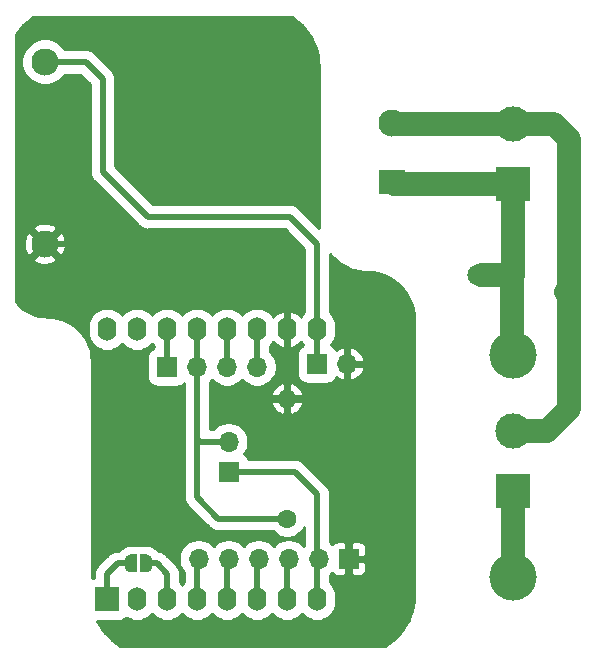
<source format=gbr>
%TF.GenerationSoftware,KiCad,Pcbnew,(5.1.9)-1*%
%TF.CreationDate,2021-08-20T11:33:55-03:00*%
%TF.ProjectId,SmartLightMk1,536d6172-744c-4696-9768-744d6b312e6b,rev?*%
%TF.SameCoordinates,Original*%
%TF.FileFunction,Copper,L2,Bot*%
%TF.FilePolarity,Positive*%
%FSLAX46Y46*%
G04 Gerber Fmt 4.6, Leading zero omitted, Abs format (unit mm)*
G04 Created by KiCad (PCBNEW (5.1.9)-1) date 2021-08-20 11:33:55*
%MOMM*%
%LPD*%
G01*
G04 APERTURE LIST*
%TA.AperFunction,ComponentPad*%
%ADD10O,1.700000X1.700000*%
%TD*%
%TA.AperFunction,ComponentPad*%
%ADD11R,1.700000X1.700000*%
%TD*%
%TA.AperFunction,ComponentPad*%
%ADD12C,3.000000*%
%TD*%
%TA.AperFunction,ComponentPad*%
%ADD13R,3.000000X3.000000*%
%TD*%
%TA.AperFunction,ComponentPad*%
%ADD14O,1.600000X2.000000*%
%TD*%
%TA.AperFunction,ComponentPad*%
%ADD15R,2.000000X2.000000*%
%TD*%
%TA.AperFunction,SMDPad,CuDef*%
%ADD16C,0.100000*%
%TD*%
%TA.AperFunction,ComponentPad*%
%ADD17C,2.300000*%
%TD*%
%TA.AperFunction,ComponentPad*%
%ADD18R,2.300000X2.000000*%
%TD*%
%TA.AperFunction,ComponentPad*%
%ADD19C,1.600000*%
%TD*%
%TA.AperFunction,ComponentPad*%
%ADD20O,1.600000X1.600000*%
%TD*%
%TA.AperFunction,ComponentPad*%
%ADD21C,4.000000*%
%TD*%
%TA.AperFunction,ComponentPad*%
%ADD22C,1.800000*%
%TD*%
%TA.AperFunction,Conductor*%
%ADD23C,2.000000*%
%TD*%
%TA.AperFunction,Conductor*%
%ADD24C,0.500000*%
%TD*%
%TA.AperFunction,Conductor*%
%ADD25C,0.254000*%
%TD*%
%TA.AperFunction,Conductor*%
%ADD26C,0.100000*%
%TD*%
G04 APERTURE END LIST*
D10*
%TO.P,J7,4*%
%TO.N,D4*%
X138811000Y-98806000D03*
%TO.P,J7,3*%
%TO.N,D3*%
X136271000Y-98806000D03*
%TO.P,J7,2*%
%TO.N,D2*%
X133731000Y-98806000D03*
D11*
%TO.P,J7,1*%
%TO.N,D1*%
X131191000Y-98806000D03*
%TD*%
D12*
%TO.P,J2,2*%
%TO.N,Net-(J1-Pad2)*%
X160475000Y-104246000D03*
D13*
%TO.P,J2,1*%
%TO.N,Net-(J2-Pad1)*%
X160475000Y-109326000D03*
%TD*%
D12*
%TO.P,J1,2*%
%TO.N,Net-(J1-Pad2)*%
X160475000Y-78246000D03*
D13*
%TO.P,J1,1*%
%TO.N,Net-(J1-Pad1)*%
X160475000Y-83326000D03*
%TD*%
D11*
%TO.P,J6,1*%
%TO.N,GND*%
X146558000Y-115062000D03*
D10*
%TO.P,J6,2*%
%TO.N,+3V3*%
X144018000Y-115062000D03*
%TO.P,J6,3*%
%TO.N,D8*%
X141478000Y-115062000D03*
%TO.P,J6,4*%
%TO.N,D7*%
X138938000Y-115062000D03*
%TO.P,J6,5*%
%TO.N,D6*%
X136398000Y-115062000D03*
%TO.P,J6,6*%
%TO.N,D5*%
X133858000Y-115062000D03*
%TD*%
D14*
%TO.P,U1,2*%
%TO.N,Net-(U1-Pad2)*%
X128651000Y-118491000D03*
D15*
%TO.P,U1,1*%
%TO.N,Net-(JP1-Pad2)*%
X126111000Y-118491000D03*
D14*
%TO.P,U1,3*%
%TO.N,D0*%
X131191000Y-118491000D03*
%TO.P,U1,4*%
%TO.N,D5*%
X133731000Y-118491000D03*
%TO.P,U1,5*%
%TO.N,D6*%
X136271000Y-118491000D03*
%TO.P,U1,6*%
%TO.N,D7*%
X138811000Y-118491000D03*
%TO.P,U1,7*%
%TO.N,D8*%
X141351000Y-118491000D03*
%TO.P,U1,8*%
%TO.N,+3V3*%
X143891000Y-118491000D03*
%TO.P,U1,9*%
%TO.N,+5V*%
X143891000Y-95631000D03*
%TO.P,U1,10*%
%TO.N,GND*%
X141351000Y-95631000D03*
%TO.P,U1,11*%
%TO.N,D4*%
X138811000Y-95631000D03*
%TO.P,U1,12*%
%TO.N,D3*%
X136271000Y-95631000D03*
%TO.P,U1,13*%
%TO.N,D2*%
X133731000Y-95631000D03*
%TO.P,U1,14*%
%TO.N,D1*%
X131191000Y-95631000D03*
%TO.P,U1,15*%
%TO.N,Net-(U1-Pad15)*%
X128651000Y-95631000D03*
%TO.P,U1,16*%
%TO.N,Net-(U1-Pad16)*%
X126111000Y-95631000D03*
%TD*%
%TA.AperFunction,SMDPad,CuDef*%
D16*
%TO.P,JP1,1*%
%TO.N,D0*%
G36*
X128928000Y-114693000D02*
G01*
X129428000Y-114693000D01*
X129428000Y-114693602D01*
X129452534Y-114693602D01*
X129501365Y-114698412D01*
X129549490Y-114707984D01*
X129596445Y-114722228D01*
X129641778Y-114741005D01*
X129685051Y-114764136D01*
X129725850Y-114791396D01*
X129763779Y-114822524D01*
X129798476Y-114857221D01*
X129829604Y-114895150D01*
X129856864Y-114935949D01*
X129879995Y-114979222D01*
X129898772Y-115024555D01*
X129913016Y-115071510D01*
X129922588Y-115119635D01*
X129927398Y-115168466D01*
X129927398Y-115193000D01*
X129928000Y-115193000D01*
X129928000Y-115693000D01*
X129927398Y-115693000D01*
X129927398Y-115717534D01*
X129922588Y-115766365D01*
X129913016Y-115814490D01*
X129898772Y-115861445D01*
X129879995Y-115906778D01*
X129856864Y-115950051D01*
X129829604Y-115990850D01*
X129798476Y-116028779D01*
X129763779Y-116063476D01*
X129725850Y-116094604D01*
X129685051Y-116121864D01*
X129641778Y-116144995D01*
X129596445Y-116163772D01*
X129549490Y-116178016D01*
X129501365Y-116187588D01*
X129452534Y-116192398D01*
X129428000Y-116192398D01*
X129428000Y-116193000D01*
X128928000Y-116193000D01*
X128928000Y-114693000D01*
G37*
%TD.AperFunction*%
%TA.AperFunction,SMDPad,CuDef*%
%TO.P,JP1,2*%
%TO.N,Net-(JP1-Pad2)*%
G36*
X128128000Y-116192398D02*
G01*
X128103466Y-116192398D01*
X128054635Y-116187588D01*
X128006510Y-116178016D01*
X127959555Y-116163772D01*
X127914222Y-116144995D01*
X127870949Y-116121864D01*
X127830150Y-116094604D01*
X127792221Y-116063476D01*
X127757524Y-116028779D01*
X127726396Y-115990850D01*
X127699136Y-115950051D01*
X127676005Y-115906778D01*
X127657228Y-115861445D01*
X127642984Y-115814490D01*
X127633412Y-115766365D01*
X127628602Y-115717534D01*
X127628602Y-115693000D01*
X127628000Y-115693000D01*
X127628000Y-115193000D01*
X127628602Y-115193000D01*
X127628602Y-115168466D01*
X127633412Y-115119635D01*
X127642984Y-115071510D01*
X127657228Y-115024555D01*
X127676005Y-114979222D01*
X127699136Y-114935949D01*
X127726396Y-114895150D01*
X127757524Y-114857221D01*
X127792221Y-114822524D01*
X127830150Y-114791396D01*
X127870949Y-114764136D01*
X127914222Y-114741005D01*
X127959555Y-114722228D01*
X128006510Y-114707984D01*
X128054635Y-114698412D01*
X128103466Y-114693602D01*
X128128000Y-114693602D01*
X128128000Y-114693000D01*
X128628000Y-114693000D01*
X128628000Y-116193000D01*
X128128000Y-116193000D01*
X128128000Y-116192398D01*
G37*
%TD.AperFunction*%
%TD*%
D17*
%TO.P,PS1,3*%
%TO.N,GND*%
X120841000Y-88385000D03*
D18*
%TO.P,PS1,1*%
%TO.N,Net-(J1-Pad1)*%
X150241000Y-83185000D03*
D17*
%TO.P,PS1,2*%
%TO.N,Net-(J1-Pad2)*%
X150241000Y-78185000D03*
%TO.P,PS1,4*%
%TO.N,+5V*%
X120841000Y-72985000D03*
%TD*%
D19*
%TO.P,R1,1*%
%TO.N,D2*%
X141351000Y-111658400D03*
D20*
%TO.P,R1,2*%
%TO.N,GND*%
X141351000Y-101498400D03*
%TD*%
D21*
%TO.P,J3,1*%
%TO.N,Net-(J1-Pad1)*%
X160475000Y-97826000D03*
%TD*%
%TO.P,J4,1*%
%TO.N,Net-(J2-Pad1)*%
X160475000Y-116586000D03*
%TD*%
D22*
%TO.P,RV1,1*%
%TO.N,Net-(J1-Pad1)*%
X157480000Y-91059000D03*
%TO.P,RV1,2*%
%TO.N,Net-(J1-Pad2)*%
X164980000Y-92459000D03*
%TD*%
D11*
%TO.P,JP2,1*%
%TO.N,+3V3*%
X136398000Y-107696000D03*
D10*
%TO.P,JP2,2*%
%TO.N,D2*%
X136398000Y-105156000D03*
%TD*%
D11*
%TO.P,J5,1*%
%TO.N,+5V*%
X143891000Y-98552000D03*
D10*
%TO.P,J5,2*%
%TO.N,GND*%
X146431000Y-98552000D03*
%TD*%
D23*
%TO.N,Net-(J1-Pad1)*%
X150382000Y-83326000D02*
X150241000Y-83185000D01*
X160475000Y-83326000D02*
X150382000Y-83326000D01*
X160401000Y-91207000D02*
X160475000Y-91133000D01*
X160401000Y-97028000D02*
X160401000Y-91207000D01*
X160475000Y-83326000D02*
X160475000Y-91133000D01*
X160401000Y-91059000D02*
X160475000Y-91133000D01*
X157734000Y-91059000D02*
X160401000Y-91059000D01*
%TO.N,Net-(J1-Pad2)*%
X150302000Y-78246000D02*
X150241000Y-78185000D01*
X160475000Y-78246000D02*
X150302000Y-78246000D01*
X160475000Y-78246000D02*
X163971000Y-78246000D01*
X163971000Y-78246000D02*
X165227000Y-79502000D01*
X163343000Y-104246000D02*
X160475000Y-104246000D01*
X165227000Y-102362000D02*
X163343000Y-104246000D01*
X165227000Y-95504000D02*
X165227000Y-102362000D01*
X165234000Y-91066000D02*
X165227000Y-91059000D01*
X165234000Y-92459000D02*
X165234000Y-91066000D01*
X165227000Y-91059000D02*
X165227000Y-95504000D01*
X165227000Y-79502000D02*
X165227000Y-91059000D01*
X164980000Y-92459000D02*
X165234000Y-92459000D01*
%TO.N,Net-(J2-Pad1)*%
X160475000Y-109326000D02*
X160475000Y-116586000D01*
D24*
%TO.N,D0*%
X129428000Y-115443000D02*
X130302000Y-115443000D01*
X131191000Y-116332000D02*
X131191000Y-118491000D01*
X130302000Y-115443000D02*
X131191000Y-116332000D01*
%TO.N,D2*%
X133731000Y-95631000D02*
X133731000Y-103505000D01*
X135534400Y-111658400D02*
X141147800Y-111658400D01*
X133731000Y-109855000D02*
X135534400Y-111658400D01*
X136398000Y-105156000D02*
X133985000Y-105156000D01*
X133731000Y-104902000D02*
X133731000Y-109855000D01*
X133985000Y-105156000D02*
X133731000Y-104902000D01*
X133731000Y-103505000D02*
X133731000Y-104902000D01*
%TO.N,GND*%
X120841000Y-88385000D02*
X138296000Y-88385000D01*
X141351000Y-91440000D02*
X141351000Y-95631000D01*
X138296000Y-88385000D02*
X141351000Y-91440000D01*
%TO.N,+5V*%
X125730000Y-74422000D02*
X124293000Y-72985000D01*
X125730000Y-82296000D02*
X125730000Y-74422000D01*
X141605000Y-86106000D02*
X129540000Y-86106000D01*
X124293000Y-72985000D02*
X120841000Y-72985000D01*
X143891000Y-88392000D02*
X141605000Y-86106000D01*
X129540000Y-86106000D02*
X125730000Y-82296000D01*
X143891000Y-95631000D02*
X143891000Y-88392000D01*
X143891000Y-95631000D02*
X143891000Y-98552000D01*
%TO.N,+3V3*%
X136398000Y-107696000D02*
X142011400Y-107696000D01*
X143891000Y-109575600D02*
X143891000Y-118491000D01*
X142011400Y-107696000D02*
X143891000Y-109575600D01*
%TO.N,Net-(JP1-Pad2)*%
X127000000Y-115443000D02*
X128128000Y-115443000D01*
X126111000Y-116332000D02*
X127000000Y-115443000D01*
X126111000Y-118491000D02*
X126111000Y-116332000D01*
%TO.N,D8*%
X141351000Y-115697000D02*
X141351000Y-118491000D01*
%TO.N,D7*%
X138811000Y-115697000D02*
X138811000Y-118491000D01*
%TO.N,D6*%
X136271000Y-115697000D02*
X136271000Y-118491000D01*
%TO.N,D5*%
X133731000Y-115697000D02*
X133731000Y-118491000D01*
%TO.N,D4*%
X138811000Y-95631000D02*
X138811000Y-98806000D01*
%TO.N,D3*%
X136271000Y-95631000D02*
X136271000Y-98806000D01*
%TO.N,D1*%
X131191000Y-95631000D02*
X131191000Y-98806000D01*
%TD*%
D25*
%TO.N,GND*%
X141950834Y-69341724D02*
X142287627Y-69599661D01*
X142600704Y-69885906D01*
X142887703Y-70198299D01*
X143146443Y-70534470D01*
X143374970Y-70891878D01*
X143571538Y-71267792D01*
X143734668Y-71659384D01*
X143863124Y-72063684D01*
X143955932Y-72477635D01*
X144012382Y-72898065D01*
X144032181Y-73324591D01*
X144070125Y-86667943D01*
X144070294Y-86674153D01*
X144090646Y-87066977D01*
X144090822Y-87068714D01*
X142403973Y-85381866D01*
X142370239Y-85340761D01*
X142206244Y-85206174D01*
X142019144Y-85106167D01*
X141816129Y-85044583D01*
X141657909Y-85029000D01*
X141657907Y-85029000D01*
X141605000Y-85023789D01*
X141552093Y-85029000D01*
X129986108Y-85029000D01*
X126807000Y-81849893D01*
X126807000Y-74474907D01*
X126812211Y-74422000D01*
X126794804Y-74245264D01*
X126791417Y-74210871D01*
X126729833Y-74007856D01*
X126629826Y-73820756D01*
X126495239Y-73656761D01*
X126454140Y-73623032D01*
X125091972Y-72260865D01*
X125058239Y-72219761D01*
X124894244Y-72085174D01*
X124707144Y-71985167D01*
X124504129Y-71923583D01*
X124345909Y-71908000D01*
X124345907Y-71908000D01*
X124293000Y-71902789D01*
X124240093Y-71908000D01*
X122499090Y-71908000D01*
X122376636Y-71724736D01*
X122101264Y-71449364D01*
X121777461Y-71233005D01*
X121417670Y-71083975D01*
X121035718Y-71008000D01*
X120646282Y-71008000D01*
X120264330Y-71083975D01*
X119904539Y-71233005D01*
X119580736Y-71449364D01*
X119305364Y-71724736D01*
X119089005Y-72048539D01*
X118939975Y-72408330D01*
X118864000Y-72790282D01*
X118864000Y-73179718D01*
X118939975Y-73561670D01*
X119089005Y-73921461D01*
X119305364Y-74245264D01*
X119580736Y-74520636D01*
X119904539Y-74736995D01*
X120264330Y-74886025D01*
X120646282Y-74962000D01*
X121035718Y-74962000D01*
X121417670Y-74886025D01*
X121777461Y-74736995D01*
X122101264Y-74520636D01*
X122376636Y-74245264D01*
X122499090Y-74062000D01*
X123846893Y-74062000D01*
X124653001Y-74868109D01*
X124653000Y-82243093D01*
X124647789Y-82296000D01*
X124653000Y-82348907D01*
X124653000Y-82348908D01*
X124668583Y-82507128D01*
X124730167Y-82710143D01*
X124830174Y-82897244D01*
X124964761Y-83061239D01*
X125005866Y-83094973D01*
X128741032Y-86830140D01*
X128774761Y-86871239D01*
X128815858Y-86904966D01*
X128938755Y-87005826D01*
X129038762Y-87059280D01*
X129125856Y-87105833D01*
X129267286Y-87148735D01*
X129328870Y-87167417D01*
X129540000Y-87188211D01*
X129592909Y-87183000D01*
X141158893Y-87183000D01*
X142814001Y-88838109D01*
X142814000Y-94210114D01*
X142734971Y-94274971D01*
X142531654Y-94522715D01*
X142500047Y-94581847D01*
X142411665Y-94463470D01*
X142202529Y-94275135D01*
X141960669Y-94131220D01*
X141761651Y-94056013D01*
X141541500Y-94169048D01*
X141541500Y-95440500D01*
X141561500Y-95440500D01*
X141561500Y-95821500D01*
X141541500Y-95821500D01*
X141541500Y-97092952D01*
X141761651Y-97205987D01*
X141960669Y-97130780D01*
X142202529Y-96986865D01*
X142411665Y-96798530D01*
X142500047Y-96680154D01*
X142531654Y-96739286D01*
X142701213Y-96945895D01*
X142579321Y-97011048D01*
X142453394Y-97114394D01*
X142350048Y-97240321D01*
X142273255Y-97383990D01*
X142225966Y-97539880D01*
X142209999Y-97702000D01*
X142209999Y-99402000D01*
X142225966Y-99564120D01*
X142273255Y-99720010D01*
X142350048Y-99863679D01*
X142453394Y-99989606D01*
X142579321Y-100092952D01*
X142722990Y-100169745D01*
X142878880Y-100217034D01*
X143041000Y-100233001D01*
X144741000Y-100233001D01*
X144903120Y-100217034D01*
X145059010Y-100169745D01*
X145202679Y-100092952D01*
X145328606Y-99989606D01*
X145431952Y-99863679D01*
X145508745Y-99720010D01*
X145510773Y-99713325D01*
X145719464Y-99855443D01*
X145987425Y-99969211D01*
X146012460Y-99976797D01*
X146240500Y-99864497D01*
X146240500Y-98742500D01*
X146621500Y-98742500D01*
X146621500Y-99864497D01*
X146849540Y-99976797D01*
X146874575Y-99969211D01*
X147142536Y-99855443D01*
X147383153Y-99691584D01*
X147587179Y-99483931D01*
X147746774Y-99240465D01*
X147855805Y-98970542D01*
X147744988Y-98742500D01*
X146621500Y-98742500D01*
X146240500Y-98742500D01*
X146220500Y-98742500D01*
X146220500Y-98361500D01*
X146240500Y-98361500D01*
X146240500Y-97239503D01*
X146621500Y-97239503D01*
X146621500Y-98361500D01*
X147744988Y-98361500D01*
X147855805Y-98133458D01*
X147746774Y-97863535D01*
X147587179Y-97620069D01*
X147383153Y-97412416D01*
X147142536Y-97248557D01*
X146874575Y-97134789D01*
X146849540Y-97127203D01*
X146621500Y-97239503D01*
X146240500Y-97239503D01*
X146012460Y-97127203D01*
X145987425Y-97134789D01*
X145719464Y-97248557D01*
X145510773Y-97390675D01*
X145508745Y-97383990D01*
X145431952Y-97240321D01*
X145328606Y-97114394D01*
X145202679Y-97011048D01*
X145080787Y-96945895D01*
X145250346Y-96739286D01*
X145401425Y-96456637D01*
X145494458Y-96149947D01*
X145518000Y-95910924D01*
X145518000Y-95351075D01*
X145494458Y-95112052D01*
X145401425Y-94805362D01*
X145250346Y-94522714D01*
X145047029Y-94274971D01*
X144968000Y-94210114D01*
X144968000Y-89229188D01*
X145009387Y-89284913D01*
X145017272Y-89294511D01*
X145281531Y-89585873D01*
X145290316Y-89594654D01*
X145581774Y-89858807D01*
X145591374Y-89866688D01*
X145907242Y-90101107D01*
X145917566Y-90108013D01*
X146254822Y-90310455D01*
X146265772Y-90316319D01*
X146621192Y-90484848D01*
X146632662Y-90489615D01*
X147002844Y-90622618D01*
X147014725Y-90626241D01*
X147396130Y-90722446D01*
X147408307Y-90724891D01*
X147797285Y-90783378D01*
X147809644Y-90784622D01*
X148202465Y-90804831D01*
X148202465Y-90804832D01*
X148588727Y-90824734D01*
X148965033Y-90881404D01*
X149333975Y-90974616D01*
X149692049Y-91103486D01*
X150035781Y-91266763D01*
X150361895Y-91462891D01*
X150667254Y-91689983D01*
X150948933Y-91945865D01*
X151204216Y-92228068D01*
X151430677Y-92533910D01*
X151626117Y-92860422D01*
X151788681Y-93204506D01*
X151916794Y-93562826D01*
X152009241Y-93931987D01*
X152065123Y-94308402D01*
X152084064Y-94691593D01*
X152093245Y-118185328D01*
X152074739Y-118612911D01*
X152019390Y-119034494D01*
X151927495Y-119449666D01*
X151799763Y-119855226D01*
X151637151Y-120248129D01*
X151440921Y-120625335D01*
X151212545Y-120984010D01*
X150953766Y-121321418D01*
X150666558Y-121634978D01*
X150353122Y-121922297D01*
X150015822Y-122181203D01*
X149657236Y-122409719D01*
X149629811Y-122424000D01*
X127273205Y-122424000D01*
X127246212Y-122409947D01*
X126887662Y-122181506D01*
X126550402Y-121922692D01*
X126236963Y-121635448D01*
X125949775Y-121322000D01*
X125690987Y-120984695D01*
X125462589Y-120626126D01*
X125304301Y-120322001D01*
X127111000Y-120322001D01*
X127273120Y-120306034D01*
X127429010Y-120258745D01*
X127572679Y-120181952D01*
X127698606Y-120078606D01*
X127730216Y-120040089D01*
X127742715Y-120050346D01*
X128025363Y-120201425D01*
X128332053Y-120294458D01*
X128651000Y-120325872D01*
X128969948Y-120294458D01*
X129276638Y-120201425D01*
X129559286Y-120050346D01*
X129807029Y-119847029D01*
X129921000Y-119708155D01*
X130034971Y-119847029D01*
X130282715Y-120050346D01*
X130565363Y-120201425D01*
X130872053Y-120294458D01*
X131191000Y-120325872D01*
X131509948Y-120294458D01*
X131816638Y-120201425D01*
X132099286Y-120050346D01*
X132347029Y-119847029D01*
X132461000Y-119708155D01*
X132574971Y-119847029D01*
X132822715Y-120050346D01*
X133105363Y-120201425D01*
X133412053Y-120294458D01*
X133731000Y-120325872D01*
X134049948Y-120294458D01*
X134356638Y-120201425D01*
X134639286Y-120050346D01*
X134887029Y-119847029D01*
X135001000Y-119708155D01*
X135114971Y-119847029D01*
X135362715Y-120050346D01*
X135645363Y-120201425D01*
X135952053Y-120294458D01*
X136271000Y-120325872D01*
X136589948Y-120294458D01*
X136896638Y-120201425D01*
X137179286Y-120050346D01*
X137427029Y-119847029D01*
X137541000Y-119708155D01*
X137654971Y-119847029D01*
X137902715Y-120050346D01*
X138185363Y-120201425D01*
X138492053Y-120294458D01*
X138811000Y-120325872D01*
X139129948Y-120294458D01*
X139436638Y-120201425D01*
X139719286Y-120050346D01*
X139967029Y-119847029D01*
X140081000Y-119708155D01*
X140194971Y-119847029D01*
X140442715Y-120050346D01*
X140725363Y-120201425D01*
X141032053Y-120294458D01*
X141351000Y-120325872D01*
X141669948Y-120294458D01*
X141976638Y-120201425D01*
X142259286Y-120050346D01*
X142507029Y-119847029D01*
X142621000Y-119708155D01*
X142734971Y-119847029D01*
X142982715Y-120050346D01*
X143265363Y-120201425D01*
X143572053Y-120294458D01*
X143891000Y-120325872D01*
X144209948Y-120294458D01*
X144516638Y-120201425D01*
X144799286Y-120050346D01*
X145047029Y-119847029D01*
X145250346Y-119599286D01*
X145401425Y-119316637D01*
X145494458Y-119009947D01*
X145518000Y-118770924D01*
X145518000Y-118211075D01*
X145494458Y-117972052D01*
X145401425Y-117665362D01*
X145250346Y-117382714D01*
X145047029Y-117134971D01*
X144968000Y-117070114D01*
X144968000Y-116444141D01*
X145087025Y-116364611D01*
X145180924Y-116270712D01*
X145256815Y-116363185D01*
X145353506Y-116442537D01*
X145463820Y-116501502D01*
X145583518Y-116537812D01*
X145708000Y-116550072D01*
X146208750Y-116547000D01*
X146367500Y-116388250D01*
X146367500Y-115252500D01*
X146748500Y-115252500D01*
X146748500Y-116388250D01*
X146907250Y-116547000D01*
X147408000Y-116550072D01*
X147532482Y-116537812D01*
X147652180Y-116501502D01*
X147762494Y-116442537D01*
X147859185Y-116363185D01*
X147938537Y-116266494D01*
X147997502Y-116156180D01*
X148033812Y-116036482D01*
X148046072Y-115912000D01*
X148043000Y-115411250D01*
X147884250Y-115252500D01*
X146748500Y-115252500D01*
X146367500Y-115252500D01*
X146347500Y-115252500D01*
X146347500Y-114871500D01*
X146367500Y-114871500D01*
X146367500Y-113735750D01*
X146748500Y-113735750D01*
X146748500Y-114871500D01*
X147884250Y-114871500D01*
X148043000Y-114712750D01*
X148046072Y-114212000D01*
X148033812Y-114087518D01*
X147997502Y-113967820D01*
X147938537Y-113857506D01*
X147859185Y-113760815D01*
X147762494Y-113681463D01*
X147652180Y-113622498D01*
X147532482Y-113586188D01*
X147408000Y-113573928D01*
X146907250Y-113577000D01*
X146748500Y-113735750D01*
X146367500Y-113735750D01*
X146208750Y-113577000D01*
X145708000Y-113573928D01*
X145583518Y-113586188D01*
X145463820Y-113622498D01*
X145353506Y-113681463D01*
X145256815Y-113760815D01*
X145180924Y-113853288D01*
X145087025Y-113759389D01*
X144968000Y-113679859D01*
X144968000Y-109628507D01*
X144973211Y-109575600D01*
X144959940Y-109440856D01*
X144952417Y-109364471D01*
X144890833Y-109161456D01*
X144808638Y-109007679D01*
X144790826Y-108974355D01*
X144721976Y-108890462D01*
X144656239Y-108810361D01*
X144615140Y-108776632D01*
X142810373Y-106971865D01*
X142776639Y-106930761D01*
X142612644Y-106796174D01*
X142425544Y-106696167D01*
X142222529Y-106634583D01*
X142064309Y-106619000D01*
X142064307Y-106619000D01*
X142011400Y-106613789D01*
X141958493Y-106619000D01*
X138043353Y-106619000D01*
X138015745Y-106527990D01*
X137938952Y-106384321D01*
X137835606Y-106258394D01*
X137734020Y-106175024D01*
X137884138Y-105950357D01*
X138010554Y-105645163D01*
X138075000Y-105321170D01*
X138075000Y-104990830D01*
X138010554Y-104666837D01*
X137884138Y-104361643D01*
X137700611Y-104086975D01*
X137467025Y-103853389D01*
X137192357Y-103669862D01*
X136887163Y-103543446D01*
X136563170Y-103479000D01*
X136232830Y-103479000D01*
X135908837Y-103543446D01*
X135603643Y-103669862D01*
X135328975Y-103853389D01*
X135103364Y-104079000D01*
X134808000Y-104079000D01*
X134808000Y-101909052D01*
X139976005Y-101909052D01*
X140082539Y-102169410D01*
X140237820Y-102403981D01*
X140435880Y-102603751D01*
X140669107Y-102761043D01*
X140928539Y-102869812D01*
X140940349Y-102873387D01*
X141160500Y-102760352D01*
X141160500Y-101688900D01*
X141541500Y-101688900D01*
X141541500Y-102760352D01*
X141761651Y-102873387D01*
X141773461Y-102869812D01*
X142032893Y-102761043D01*
X142266120Y-102603751D01*
X142464180Y-102403981D01*
X142619461Y-102169410D01*
X142725995Y-101909052D01*
X142614557Y-101688900D01*
X141541500Y-101688900D01*
X141160500Y-101688900D01*
X140087443Y-101688900D01*
X139976005Y-101909052D01*
X134808000Y-101909052D01*
X134808000Y-101087748D01*
X139976005Y-101087748D01*
X140087443Y-101307900D01*
X141160500Y-101307900D01*
X141160500Y-100236448D01*
X141541500Y-100236448D01*
X141541500Y-101307900D01*
X142614557Y-101307900D01*
X142725995Y-101087748D01*
X142619461Y-100827390D01*
X142464180Y-100592819D01*
X142266120Y-100393049D01*
X142032893Y-100235757D01*
X141773461Y-100126988D01*
X141761651Y-100123413D01*
X141541500Y-100236448D01*
X141160500Y-100236448D01*
X140940349Y-100123413D01*
X140928539Y-100126988D01*
X140669107Y-100235757D01*
X140435880Y-100393049D01*
X140237820Y-100592819D01*
X140082539Y-100827390D01*
X139976005Y-101087748D01*
X134808000Y-101087748D01*
X134808000Y-100100636D01*
X135001000Y-99907636D01*
X135201975Y-100108611D01*
X135476643Y-100292138D01*
X135781837Y-100418554D01*
X136105830Y-100483000D01*
X136436170Y-100483000D01*
X136760163Y-100418554D01*
X137065357Y-100292138D01*
X137340025Y-100108611D01*
X137541000Y-99907636D01*
X137741975Y-100108611D01*
X138016643Y-100292138D01*
X138321837Y-100418554D01*
X138645830Y-100483000D01*
X138976170Y-100483000D01*
X139300163Y-100418554D01*
X139605357Y-100292138D01*
X139880025Y-100108611D01*
X140113611Y-99875025D01*
X140297138Y-99600357D01*
X140423554Y-99295163D01*
X140488000Y-98971170D01*
X140488000Y-98640830D01*
X140423554Y-98316837D01*
X140297138Y-98011643D01*
X140113611Y-97736975D01*
X139888000Y-97511364D01*
X139888000Y-97051886D01*
X139967029Y-96987029D01*
X140170346Y-96739286D01*
X140201953Y-96680154D01*
X140290335Y-96798530D01*
X140499471Y-96986865D01*
X140741331Y-97130780D01*
X140940349Y-97205987D01*
X141160500Y-97092952D01*
X141160500Y-95821500D01*
X141140500Y-95821500D01*
X141140500Y-95440500D01*
X141160500Y-95440500D01*
X141160500Y-94169048D01*
X140940349Y-94056013D01*
X140741331Y-94131220D01*
X140499471Y-94275135D01*
X140290335Y-94463470D01*
X140201953Y-94581846D01*
X140170346Y-94522714D01*
X139967029Y-94274971D01*
X139719285Y-94071654D01*
X139436637Y-93920575D01*
X139129947Y-93827542D01*
X138811000Y-93796128D01*
X138492052Y-93827542D01*
X138185362Y-93920575D01*
X137902714Y-94071654D01*
X137654971Y-94274971D01*
X137541000Y-94413846D01*
X137427029Y-94274971D01*
X137179285Y-94071654D01*
X136896637Y-93920575D01*
X136589947Y-93827542D01*
X136271000Y-93796128D01*
X135952052Y-93827542D01*
X135645362Y-93920575D01*
X135362714Y-94071654D01*
X135114971Y-94274971D01*
X135001000Y-94413846D01*
X134887029Y-94274971D01*
X134639285Y-94071654D01*
X134356637Y-93920575D01*
X134049947Y-93827542D01*
X133731000Y-93796128D01*
X133412052Y-93827542D01*
X133105362Y-93920575D01*
X132822714Y-94071654D01*
X132574971Y-94274971D01*
X132461000Y-94413846D01*
X132347029Y-94274971D01*
X132099285Y-94071654D01*
X131816637Y-93920575D01*
X131509947Y-93827542D01*
X131191000Y-93796128D01*
X130872052Y-93827542D01*
X130565362Y-93920575D01*
X130282714Y-94071654D01*
X130034971Y-94274971D01*
X129921000Y-94413846D01*
X129807029Y-94274971D01*
X129559285Y-94071654D01*
X129276637Y-93920575D01*
X128969947Y-93827542D01*
X128651000Y-93796128D01*
X128332052Y-93827542D01*
X128025362Y-93920575D01*
X127742714Y-94071654D01*
X127494971Y-94274971D01*
X127381000Y-94413846D01*
X127267029Y-94274971D01*
X127019285Y-94071654D01*
X126736637Y-93920575D01*
X126429947Y-93827542D01*
X126111000Y-93796128D01*
X125792052Y-93827542D01*
X125485362Y-93920575D01*
X125202714Y-94071654D01*
X124954971Y-94274971D01*
X124751654Y-94522715D01*
X124600575Y-94805363D01*
X124507542Y-95112053D01*
X124484000Y-95351076D01*
X124484000Y-95910925D01*
X124507542Y-96149948D01*
X124600575Y-96456638D01*
X124751654Y-96739286D01*
X124954971Y-96987029D01*
X125202715Y-97190346D01*
X125485363Y-97341425D01*
X125792053Y-97434458D01*
X126111000Y-97465872D01*
X126429948Y-97434458D01*
X126736638Y-97341425D01*
X127019286Y-97190346D01*
X127267029Y-96987029D01*
X127381000Y-96848155D01*
X127494971Y-96987029D01*
X127742715Y-97190346D01*
X128025363Y-97341425D01*
X128332053Y-97434458D01*
X128651000Y-97465872D01*
X128969948Y-97434458D01*
X129276638Y-97341425D01*
X129559286Y-97190346D01*
X129807029Y-96987029D01*
X129921000Y-96848155D01*
X130034971Y-96987029D01*
X130114000Y-97051886D01*
X130114000Y-97160647D01*
X130022990Y-97188255D01*
X129879321Y-97265048D01*
X129753394Y-97368394D01*
X129650048Y-97494321D01*
X129573255Y-97637990D01*
X129525966Y-97793880D01*
X129509999Y-97956000D01*
X129509999Y-99656000D01*
X129525966Y-99818120D01*
X129573255Y-99974010D01*
X129650048Y-100117679D01*
X129753394Y-100243606D01*
X129879321Y-100346952D01*
X130022990Y-100423745D01*
X130178880Y-100471034D01*
X130341000Y-100487001D01*
X132041000Y-100487001D01*
X132203120Y-100471034D01*
X132359010Y-100423745D01*
X132502679Y-100346952D01*
X132628606Y-100243606D01*
X132654001Y-100212663D01*
X132654001Y-103452082D01*
X132654000Y-103452092D01*
X132654000Y-104849091D01*
X132648789Y-104902000D01*
X132654000Y-104954907D01*
X132654001Y-109802083D01*
X132648789Y-109855000D01*
X132669584Y-110066129D01*
X132731168Y-110269144D01*
X132831175Y-110456244D01*
X132965762Y-110620239D01*
X133006861Y-110653968D01*
X134735432Y-112382540D01*
X134769161Y-112423639D01*
X134810258Y-112457366D01*
X134933155Y-112558226D01*
X135033162Y-112611680D01*
X135120256Y-112658233D01*
X135323271Y-112719817D01*
X135481491Y-112735400D01*
X135481493Y-112735400D01*
X135534400Y-112740611D01*
X135587307Y-112735400D01*
X140127075Y-112735400D01*
X140313848Y-112922173D01*
X140580327Y-113100228D01*
X140876422Y-113222875D01*
X141190755Y-113285400D01*
X141511245Y-113285400D01*
X141825578Y-113222875D01*
X142121673Y-113100228D01*
X142388152Y-112922173D01*
X142614773Y-112695552D01*
X142792828Y-112429073D01*
X142814000Y-112377959D01*
X142814000Y-113894364D01*
X142748000Y-113960364D01*
X142547025Y-113759389D01*
X142272357Y-113575862D01*
X141967163Y-113449446D01*
X141643170Y-113385000D01*
X141312830Y-113385000D01*
X140988837Y-113449446D01*
X140683643Y-113575862D01*
X140408975Y-113759389D01*
X140208000Y-113960364D01*
X140007025Y-113759389D01*
X139732357Y-113575862D01*
X139427163Y-113449446D01*
X139103170Y-113385000D01*
X138772830Y-113385000D01*
X138448837Y-113449446D01*
X138143643Y-113575862D01*
X137868975Y-113759389D01*
X137668000Y-113960364D01*
X137467025Y-113759389D01*
X137192357Y-113575862D01*
X136887163Y-113449446D01*
X136563170Y-113385000D01*
X136232830Y-113385000D01*
X135908837Y-113449446D01*
X135603643Y-113575862D01*
X135328975Y-113759389D01*
X135128000Y-113960364D01*
X134927025Y-113759389D01*
X134652357Y-113575862D01*
X134347163Y-113449446D01*
X134023170Y-113385000D01*
X133692830Y-113385000D01*
X133368837Y-113449446D01*
X133063643Y-113575862D01*
X132788975Y-113759389D01*
X132555389Y-113992975D01*
X132371862Y-114267643D01*
X132245446Y-114572837D01*
X132181000Y-114896830D01*
X132181000Y-115227170D01*
X132245446Y-115551163D01*
X132371862Y-115856357D01*
X132555389Y-116131025D01*
X132654000Y-116229636D01*
X132654000Y-117070113D01*
X132574971Y-117134971D01*
X132461000Y-117273846D01*
X132347029Y-117134971D01*
X132268000Y-117070114D01*
X132268000Y-116384907D01*
X132273211Y-116332000D01*
X132264810Y-116246705D01*
X132252417Y-116120871D01*
X132190833Y-115917856D01*
X132096841Y-115742009D01*
X132090826Y-115730755D01*
X131989966Y-115607858D01*
X131956239Y-115566761D01*
X131915139Y-115533032D01*
X131100972Y-114718865D01*
X131067239Y-114677761D01*
X130903244Y-114543174D01*
X130716144Y-114443167D01*
X130513129Y-114381583D01*
X130475729Y-114377899D01*
X130402111Y-114288197D01*
X130332803Y-114218889D01*
X130206877Y-114115543D01*
X130125378Y-114061087D01*
X129981705Y-113984293D01*
X129891149Y-113946784D01*
X129735262Y-113899496D01*
X129639129Y-113880374D01*
X129477009Y-113864407D01*
X129452449Y-113864407D01*
X129428000Y-113861999D01*
X128928000Y-113861999D01*
X128778000Y-113876772D01*
X128628000Y-113861999D01*
X128128000Y-113861999D01*
X128103551Y-113864407D01*
X128078991Y-113864407D01*
X127916871Y-113880374D01*
X127820738Y-113899496D01*
X127664851Y-113946784D01*
X127574295Y-113984293D01*
X127430622Y-114061087D01*
X127349123Y-114115543D01*
X127223197Y-114218889D01*
X127153889Y-114288197D01*
X127090037Y-114366000D01*
X127052907Y-114366000D01*
X127000000Y-114360789D01*
X126947093Y-114366000D01*
X126947091Y-114366000D01*
X126788871Y-114381583D01*
X126585856Y-114443167D01*
X126498762Y-114489720D01*
X126398755Y-114543174D01*
X126362611Y-114572837D01*
X126234761Y-114677761D01*
X126201032Y-114718861D01*
X125386861Y-115533032D01*
X125345762Y-115566761D01*
X125222096Y-115717449D01*
X125211175Y-115730756D01*
X125111168Y-115917856D01*
X125049584Y-116120871D01*
X125028789Y-116332000D01*
X125034001Y-116384916D01*
X125034001Y-116667583D01*
X124948880Y-116675966D01*
X124809971Y-116718104D01*
X124812024Y-98294839D01*
X124811851Y-98288192D01*
X124792151Y-97911524D01*
X124790762Y-97898302D01*
X124731795Y-97525757D01*
X124729033Y-97512753D01*
X124631444Y-97148413D01*
X124627337Y-97135770D01*
X124492197Y-96783627D01*
X124486790Y-96771481D01*
X124315579Y-96435396D01*
X124308933Y-96423882D01*
X124103527Y-96107535D01*
X124095714Y-96096780D01*
X123858363Y-95803638D01*
X123849467Y-95793757D01*
X123582773Y-95527034D01*
X123572895Y-95518138D01*
X123279781Y-95280755D01*
X123269026Y-95272941D01*
X122952702Y-95067499D01*
X122941188Y-95060851D01*
X122605121Y-94889603D01*
X122592977Y-94884196D01*
X122240850Y-94749016D01*
X122228206Y-94744907D01*
X121863877Y-94647278D01*
X121850873Y-94644514D01*
X121478334Y-94585506D01*
X121465113Y-94584116D01*
X121088447Y-94564374D01*
X121088446Y-94564374D01*
X120718398Y-94544982D01*
X120358963Y-94488058D01*
X120007465Y-94393882D01*
X119667729Y-94263480D01*
X119343473Y-94098278D01*
X119038276Y-93900100D01*
X118755455Y-93671101D01*
X118498119Y-93413795D01*
X118377000Y-93264247D01*
X118377000Y-89667868D01*
X119827539Y-89667868D01*
X119946808Y-89939848D01*
X120267325Y-90084420D01*
X120609888Y-90163685D01*
X120961333Y-90174595D01*
X121308153Y-90116733D01*
X121637021Y-89992321D01*
X121735192Y-89939848D01*
X121854461Y-89667868D01*
X120841000Y-88654408D01*
X119827539Y-89667868D01*
X118377000Y-89667868D01*
X118377000Y-88505333D01*
X119051405Y-88505333D01*
X119109267Y-88852153D01*
X119233679Y-89181021D01*
X119286152Y-89279192D01*
X119558132Y-89398461D01*
X120571592Y-88385000D01*
X121110408Y-88385000D01*
X122123868Y-89398461D01*
X122395848Y-89279192D01*
X122540420Y-88958675D01*
X122619685Y-88616112D01*
X122630595Y-88264667D01*
X122572733Y-87917847D01*
X122448321Y-87588979D01*
X122395848Y-87490808D01*
X122123868Y-87371539D01*
X121110408Y-88385000D01*
X120571592Y-88385000D01*
X119558132Y-87371539D01*
X119286152Y-87490808D01*
X119141580Y-87811325D01*
X119062315Y-88153888D01*
X119051405Y-88505333D01*
X118377000Y-88505333D01*
X118377000Y-87102132D01*
X119827539Y-87102132D01*
X120841000Y-88115592D01*
X121854461Y-87102132D01*
X121735192Y-86830152D01*
X121414675Y-86685580D01*
X121072112Y-86606315D01*
X120720667Y-86595405D01*
X120373847Y-86653267D01*
X120044979Y-86777679D01*
X119946808Y-86830152D01*
X119827539Y-87102132D01*
X118377000Y-87102132D01*
X118377000Y-70701187D01*
X118484254Y-70532864D01*
X118743168Y-70195521D01*
X119030527Y-69882017D01*
X119344100Y-69594783D01*
X119681535Y-69335974D01*
X119851109Y-69228000D01*
X141772031Y-69228000D01*
X141950834Y-69341724D01*
%TA.AperFunction,Conductor*%
D26*
G36*
X141950834Y-69341724D02*
G01*
X142287627Y-69599661D01*
X142600704Y-69885906D01*
X142887703Y-70198299D01*
X143146443Y-70534470D01*
X143374970Y-70891878D01*
X143571538Y-71267792D01*
X143734668Y-71659384D01*
X143863124Y-72063684D01*
X143955932Y-72477635D01*
X144012382Y-72898065D01*
X144032181Y-73324591D01*
X144070125Y-86667943D01*
X144070294Y-86674153D01*
X144090646Y-87066977D01*
X144090822Y-87068714D01*
X142403973Y-85381866D01*
X142370239Y-85340761D01*
X142206244Y-85206174D01*
X142019144Y-85106167D01*
X141816129Y-85044583D01*
X141657909Y-85029000D01*
X141657907Y-85029000D01*
X141605000Y-85023789D01*
X141552093Y-85029000D01*
X129986108Y-85029000D01*
X126807000Y-81849893D01*
X126807000Y-74474907D01*
X126812211Y-74422000D01*
X126794804Y-74245264D01*
X126791417Y-74210871D01*
X126729833Y-74007856D01*
X126629826Y-73820756D01*
X126495239Y-73656761D01*
X126454140Y-73623032D01*
X125091972Y-72260865D01*
X125058239Y-72219761D01*
X124894244Y-72085174D01*
X124707144Y-71985167D01*
X124504129Y-71923583D01*
X124345909Y-71908000D01*
X124345907Y-71908000D01*
X124293000Y-71902789D01*
X124240093Y-71908000D01*
X122499090Y-71908000D01*
X122376636Y-71724736D01*
X122101264Y-71449364D01*
X121777461Y-71233005D01*
X121417670Y-71083975D01*
X121035718Y-71008000D01*
X120646282Y-71008000D01*
X120264330Y-71083975D01*
X119904539Y-71233005D01*
X119580736Y-71449364D01*
X119305364Y-71724736D01*
X119089005Y-72048539D01*
X118939975Y-72408330D01*
X118864000Y-72790282D01*
X118864000Y-73179718D01*
X118939975Y-73561670D01*
X119089005Y-73921461D01*
X119305364Y-74245264D01*
X119580736Y-74520636D01*
X119904539Y-74736995D01*
X120264330Y-74886025D01*
X120646282Y-74962000D01*
X121035718Y-74962000D01*
X121417670Y-74886025D01*
X121777461Y-74736995D01*
X122101264Y-74520636D01*
X122376636Y-74245264D01*
X122499090Y-74062000D01*
X123846893Y-74062000D01*
X124653001Y-74868109D01*
X124653000Y-82243093D01*
X124647789Y-82296000D01*
X124653000Y-82348907D01*
X124653000Y-82348908D01*
X124668583Y-82507128D01*
X124730167Y-82710143D01*
X124830174Y-82897244D01*
X124964761Y-83061239D01*
X125005866Y-83094973D01*
X128741032Y-86830140D01*
X128774761Y-86871239D01*
X128815858Y-86904966D01*
X128938755Y-87005826D01*
X129038762Y-87059280D01*
X129125856Y-87105833D01*
X129267286Y-87148735D01*
X129328870Y-87167417D01*
X129540000Y-87188211D01*
X129592909Y-87183000D01*
X141158893Y-87183000D01*
X142814001Y-88838109D01*
X142814000Y-94210114D01*
X142734971Y-94274971D01*
X142531654Y-94522715D01*
X142500047Y-94581847D01*
X142411665Y-94463470D01*
X142202529Y-94275135D01*
X141960669Y-94131220D01*
X141761651Y-94056013D01*
X141541500Y-94169048D01*
X141541500Y-95440500D01*
X141561500Y-95440500D01*
X141561500Y-95821500D01*
X141541500Y-95821500D01*
X141541500Y-97092952D01*
X141761651Y-97205987D01*
X141960669Y-97130780D01*
X142202529Y-96986865D01*
X142411665Y-96798530D01*
X142500047Y-96680154D01*
X142531654Y-96739286D01*
X142701213Y-96945895D01*
X142579321Y-97011048D01*
X142453394Y-97114394D01*
X142350048Y-97240321D01*
X142273255Y-97383990D01*
X142225966Y-97539880D01*
X142209999Y-97702000D01*
X142209999Y-99402000D01*
X142225966Y-99564120D01*
X142273255Y-99720010D01*
X142350048Y-99863679D01*
X142453394Y-99989606D01*
X142579321Y-100092952D01*
X142722990Y-100169745D01*
X142878880Y-100217034D01*
X143041000Y-100233001D01*
X144741000Y-100233001D01*
X144903120Y-100217034D01*
X145059010Y-100169745D01*
X145202679Y-100092952D01*
X145328606Y-99989606D01*
X145431952Y-99863679D01*
X145508745Y-99720010D01*
X145510773Y-99713325D01*
X145719464Y-99855443D01*
X145987425Y-99969211D01*
X146012460Y-99976797D01*
X146240500Y-99864497D01*
X146240500Y-98742500D01*
X146621500Y-98742500D01*
X146621500Y-99864497D01*
X146849540Y-99976797D01*
X146874575Y-99969211D01*
X147142536Y-99855443D01*
X147383153Y-99691584D01*
X147587179Y-99483931D01*
X147746774Y-99240465D01*
X147855805Y-98970542D01*
X147744988Y-98742500D01*
X146621500Y-98742500D01*
X146240500Y-98742500D01*
X146220500Y-98742500D01*
X146220500Y-98361500D01*
X146240500Y-98361500D01*
X146240500Y-97239503D01*
X146621500Y-97239503D01*
X146621500Y-98361500D01*
X147744988Y-98361500D01*
X147855805Y-98133458D01*
X147746774Y-97863535D01*
X147587179Y-97620069D01*
X147383153Y-97412416D01*
X147142536Y-97248557D01*
X146874575Y-97134789D01*
X146849540Y-97127203D01*
X146621500Y-97239503D01*
X146240500Y-97239503D01*
X146012460Y-97127203D01*
X145987425Y-97134789D01*
X145719464Y-97248557D01*
X145510773Y-97390675D01*
X145508745Y-97383990D01*
X145431952Y-97240321D01*
X145328606Y-97114394D01*
X145202679Y-97011048D01*
X145080787Y-96945895D01*
X145250346Y-96739286D01*
X145401425Y-96456637D01*
X145494458Y-96149947D01*
X145518000Y-95910924D01*
X145518000Y-95351075D01*
X145494458Y-95112052D01*
X145401425Y-94805362D01*
X145250346Y-94522714D01*
X145047029Y-94274971D01*
X144968000Y-94210114D01*
X144968000Y-89229188D01*
X145009387Y-89284913D01*
X145017272Y-89294511D01*
X145281531Y-89585873D01*
X145290316Y-89594654D01*
X145581774Y-89858807D01*
X145591374Y-89866688D01*
X145907242Y-90101107D01*
X145917566Y-90108013D01*
X146254822Y-90310455D01*
X146265772Y-90316319D01*
X146621192Y-90484848D01*
X146632662Y-90489615D01*
X147002844Y-90622618D01*
X147014725Y-90626241D01*
X147396130Y-90722446D01*
X147408307Y-90724891D01*
X147797285Y-90783378D01*
X147809644Y-90784622D01*
X148202465Y-90804831D01*
X148202465Y-90804832D01*
X148588727Y-90824734D01*
X148965033Y-90881404D01*
X149333975Y-90974616D01*
X149692049Y-91103486D01*
X150035781Y-91266763D01*
X150361895Y-91462891D01*
X150667254Y-91689983D01*
X150948933Y-91945865D01*
X151204216Y-92228068D01*
X151430677Y-92533910D01*
X151626117Y-92860422D01*
X151788681Y-93204506D01*
X151916794Y-93562826D01*
X152009241Y-93931987D01*
X152065123Y-94308402D01*
X152084064Y-94691593D01*
X152093245Y-118185328D01*
X152074739Y-118612911D01*
X152019390Y-119034494D01*
X151927495Y-119449666D01*
X151799763Y-119855226D01*
X151637151Y-120248129D01*
X151440921Y-120625335D01*
X151212545Y-120984010D01*
X150953766Y-121321418D01*
X150666558Y-121634978D01*
X150353122Y-121922297D01*
X150015822Y-122181203D01*
X149657236Y-122409719D01*
X149629811Y-122424000D01*
X127273205Y-122424000D01*
X127246212Y-122409947D01*
X126887662Y-122181506D01*
X126550402Y-121922692D01*
X126236963Y-121635448D01*
X125949775Y-121322000D01*
X125690987Y-120984695D01*
X125462589Y-120626126D01*
X125304301Y-120322001D01*
X127111000Y-120322001D01*
X127273120Y-120306034D01*
X127429010Y-120258745D01*
X127572679Y-120181952D01*
X127698606Y-120078606D01*
X127730216Y-120040089D01*
X127742715Y-120050346D01*
X128025363Y-120201425D01*
X128332053Y-120294458D01*
X128651000Y-120325872D01*
X128969948Y-120294458D01*
X129276638Y-120201425D01*
X129559286Y-120050346D01*
X129807029Y-119847029D01*
X129921000Y-119708155D01*
X130034971Y-119847029D01*
X130282715Y-120050346D01*
X130565363Y-120201425D01*
X130872053Y-120294458D01*
X131191000Y-120325872D01*
X131509948Y-120294458D01*
X131816638Y-120201425D01*
X132099286Y-120050346D01*
X132347029Y-119847029D01*
X132461000Y-119708155D01*
X132574971Y-119847029D01*
X132822715Y-120050346D01*
X133105363Y-120201425D01*
X133412053Y-120294458D01*
X133731000Y-120325872D01*
X134049948Y-120294458D01*
X134356638Y-120201425D01*
X134639286Y-120050346D01*
X134887029Y-119847029D01*
X135001000Y-119708155D01*
X135114971Y-119847029D01*
X135362715Y-120050346D01*
X135645363Y-120201425D01*
X135952053Y-120294458D01*
X136271000Y-120325872D01*
X136589948Y-120294458D01*
X136896638Y-120201425D01*
X137179286Y-120050346D01*
X137427029Y-119847029D01*
X137541000Y-119708155D01*
X137654971Y-119847029D01*
X137902715Y-120050346D01*
X138185363Y-120201425D01*
X138492053Y-120294458D01*
X138811000Y-120325872D01*
X139129948Y-120294458D01*
X139436638Y-120201425D01*
X139719286Y-120050346D01*
X139967029Y-119847029D01*
X140081000Y-119708155D01*
X140194971Y-119847029D01*
X140442715Y-120050346D01*
X140725363Y-120201425D01*
X141032053Y-120294458D01*
X141351000Y-120325872D01*
X141669948Y-120294458D01*
X141976638Y-120201425D01*
X142259286Y-120050346D01*
X142507029Y-119847029D01*
X142621000Y-119708155D01*
X142734971Y-119847029D01*
X142982715Y-120050346D01*
X143265363Y-120201425D01*
X143572053Y-120294458D01*
X143891000Y-120325872D01*
X144209948Y-120294458D01*
X144516638Y-120201425D01*
X144799286Y-120050346D01*
X145047029Y-119847029D01*
X145250346Y-119599286D01*
X145401425Y-119316637D01*
X145494458Y-119009947D01*
X145518000Y-118770924D01*
X145518000Y-118211075D01*
X145494458Y-117972052D01*
X145401425Y-117665362D01*
X145250346Y-117382714D01*
X145047029Y-117134971D01*
X144968000Y-117070114D01*
X144968000Y-116444141D01*
X145087025Y-116364611D01*
X145180924Y-116270712D01*
X145256815Y-116363185D01*
X145353506Y-116442537D01*
X145463820Y-116501502D01*
X145583518Y-116537812D01*
X145708000Y-116550072D01*
X146208750Y-116547000D01*
X146367500Y-116388250D01*
X146367500Y-115252500D01*
X146748500Y-115252500D01*
X146748500Y-116388250D01*
X146907250Y-116547000D01*
X147408000Y-116550072D01*
X147532482Y-116537812D01*
X147652180Y-116501502D01*
X147762494Y-116442537D01*
X147859185Y-116363185D01*
X147938537Y-116266494D01*
X147997502Y-116156180D01*
X148033812Y-116036482D01*
X148046072Y-115912000D01*
X148043000Y-115411250D01*
X147884250Y-115252500D01*
X146748500Y-115252500D01*
X146367500Y-115252500D01*
X146347500Y-115252500D01*
X146347500Y-114871500D01*
X146367500Y-114871500D01*
X146367500Y-113735750D01*
X146748500Y-113735750D01*
X146748500Y-114871500D01*
X147884250Y-114871500D01*
X148043000Y-114712750D01*
X148046072Y-114212000D01*
X148033812Y-114087518D01*
X147997502Y-113967820D01*
X147938537Y-113857506D01*
X147859185Y-113760815D01*
X147762494Y-113681463D01*
X147652180Y-113622498D01*
X147532482Y-113586188D01*
X147408000Y-113573928D01*
X146907250Y-113577000D01*
X146748500Y-113735750D01*
X146367500Y-113735750D01*
X146208750Y-113577000D01*
X145708000Y-113573928D01*
X145583518Y-113586188D01*
X145463820Y-113622498D01*
X145353506Y-113681463D01*
X145256815Y-113760815D01*
X145180924Y-113853288D01*
X145087025Y-113759389D01*
X144968000Y-113679859D01*
X144968000Y-109628507D01*
X144973211Y-109575600D01*
X144959940Y-109440856D01*
X144952417Y-109364471D01*
X144890833Y-109161456D01*
X144808638Y-109007679D01*
X144790826Y-108974355D01*
X144721976Y-108890462D01*
X144656239Y-108810361D01*
X144615140Y-108776632D01*
X142810373Y-106971865D01*
X142776639Y-106930761D01*
X142612644Y-106796174D01*
X142425544Y-106696167D01*
X142222529Y-106634583D01*
X142064309Y-106619000D01*
X142064307Y-106619000D01*
X142011400Y-106613789D01*
X141958493Y-106619000D01*
X138043353Y-106619000D01*
X138015745Y-106527990D01*
X137938952Y-106384321D01*
X137835606Y-106258394D01*
X137734020Y-106175024D01*
X137884138Y-105950357D01*
X138010554Y-105645163D01*
X138075000Y-105321170D01*
X138075000Y-104990830D01*
X138010554Y-104666837D01*
X137884138Y-104361643D01*
X137700611Y-104086975D01*
X137467025Y-103853389D01*
X137192357Y-103669862D01*
X136887163Y-103543446D01*
X136563170Y-103479000D01*
X136232830Y-103479000D01*
X135908837Y-103543446D01*
X135603643Y-103669862D01*
X135328975Y-103853389D01*
X135103364Y-104079000D01*
X134808000Y-104079000D01*
X134808000Y-101909052D01*
X139976005Y-101909052D01*
X140082539Y-102169410D01*
X140237820Y-102403981D01*
X140435880Y-102603751D01*
X140669107Y-102761043D01*
X140928539Y-102869812D01*
X140940349Y-102873387D01*
X141160500Y-102760352D01*
X141160500Y-101688900D01*
X141541500Y-101688900D01*
X141541500Y-102760352D01*
X141761651Y-102873387D01*
X141773461Y-102869812D01*
X142032893Y-102761043D01*
X142266120Y-102603751D01*
X142464180Y-102403981D01*
X142619461Y-102169410D01*
X142725995Y-101909052D01*
X142614557Y-101688900D01*
X141541500Y-101688900D01*
X141160500Y-101688900D01*
X140087443Y-101688900D01*
X139976005Y-101909052D01*
X134808000Y-101909052D01*
X134808000Y-101087748D01*
X139976005Y-101087748D01*
X140087443Y-101307900D01*
X141160500Y-101307900D01*
X141160500Y-100236448D01*
X141541500Y-100236448D01*
X141541500Y-101307900D01*
X142614557Y-101307900D01*
X142725995Y-101087748D01*
X142619461Y-100827390D01*
X142464180Y-100592819D01*
X142266120Y-100393049D01*
X142032893Y-100235757D01*
X141773461Y-100126988D01*
X141761651Y-100123413D01*
X141541500Y-100236448D01*
X141160500Y-100236448D01*
X140940349Y-100123413D01*
X140928539Y-100126988D01*
X140669107Y-100235757D01*
X140435880Y-100393049D01*
X140237820Y-100592819D01*
X140082539Y-100827390D01*
X139976005Y-101087748D01*
X134808000Y-101087748D01*
X134808000Y-100100636D01*
X135001000Y-99907636D01*
X135201975Y-100108611D01*
X135476643Y-100292138D01*
X135781837Y-100418554D01*
X136105830Y-100483000D01*
X136436170Y-100483000D01*
X136760163Y-100418554D01*
X137065357Y-100292138D01*
X137340025Y-100108611D01*
X137541000Y-99907636D01*
X137741975Y-100108611D01*
X138016643Y-100292138D01*
X138321837Y-100418554D01*
X138645830Y-100483000D01*
X138976170Y-100483000D01*
X139300163Y-100418554D01*
X139605357Y-100292138D01*
X139880025Y-100108611D01*
X140113611Y-99875025D01*
X140297138Y-99600357D01*
X140423554Y-99295163D01*
X140488000Y-98971170D01*
X140488000Y-98640830D01*
X140423554Y-98316837D01*
X140297138Y-98011643D01*
X140113611Y-97736975D01*
X139888000Y-97511364D01*
X139888000Y-97051886D01*
X139967029Y-96987029D01*
X140170346Y-96739286D01*
X140201953Y-96680154D01*
X140290335Y-96798530D01*
X140499471Y-96986865D01*
X140741331Y-97130780D01*
X140940349Y-97205987D01*
X141160500Y-97092952D01*
X141160500Y-95821500D01*
X141140500Y-95821500D01*
X141140500Y-95440500D01*
X141160500Y-95440500D01*
X141160500Y-94169048D01*
X140940349Y-94056013D01*
X140741331Y-94131220D01*
X140499471Y-94275135D01*
X140290335Y-94463470D01*
X140201953Y-94581846D01*
X140170346Y-94522714D01*
X139967029Y-94274971D01*
X139719285Y-94071654D01*
X139436637Y-93920575D01*
X139129947Y-93827542D01*
X138811000Y-93796128D01*
X138492052Y-93827542D01*
X138185362Y-93920575D01*
X137902714Y-94071654D01*
X137654971Y-94274971D01*
X137541000Y-94413846D01*
X137427029Y-94274971D01*
X137179285Y-94071654D01*
X136896637Y-93920575D01*
X136589947Y-93827542D01*
X136271000Y-93796128D01*
X135952052Y-93827542D01*
X135645362Y-93920575D01*
X135362714Y-94071654D01*
X135114971Y-94274971D01*
X135001000Y-94413846D01*
X134887029Y-94274971D01*
X134639285Y-94071654D01*
X134356637Y-93920575D01*
X134049947Y-93827542D01*
X133731000Y-93796128D01*
X133412052Y-93827542D01*
X133105362Y-93920575D01*
X132822714Y-94071654D01*
X132574971Y-94274971D01*
X132461000Y-94413846D01*
X132347029Y-94274971D01*
X132099285Y-94071654D01*
X131816637Y-93920575D01*
X131509947Y-93827542D01*
X131191000Y-93796128D01*
X130872052Y-93827542D01*
X130565362Y-93920575D01*
X130282714Y-94071654D01*
X130034971Y-94274971D01*
X129921000Y-94413846D01*
X129807029Y-94274971D01*
X129559285Y-94071654D01*
X129276637Y-93920575D01*
X128969947Y-93827542D01*
X128651000Y-93796128D01*
X128332052Y-93827542D01*
X128025362Y-93920575D01*
X127742714Y-94071654D01*
X127494971Y-94274971D01*
X127381000Y-94413846D01*
X127267029Y-94274971D01*
X127019285Y-94071654D01*
X126736637Y-93920575D01*
X126429947Y-93827542D01*
X126111000Y-93796128D01*
X125792052Y-93827542D01*
X125485362Y-93920575D01*
X125202714Y-94071654D01*
X124954971Y-94274971D01*
X124751654Y-94522715D01*
X124600575Y-94805363D01*
X124507542Y-95112053D01*
X124484000Y-95351076D01*
X124484000Y-95910925D01*
X124507542Y-96149948D01*
X124600575Y-96456638D01*
X124751654Y-96739286D01*
X124954971Y-96987029D01*
X125202715Y-97190346D01*
X125485363Y-97341425D01*
X125792053Y-97434458D01*
X126111000Y-97465872D01*
X126429948Y-97434458D01*
X126736638Y-97341425D01*
X127019286Y-97190346D01*
X127267029Y-96987029D01*
X127381000Y-96848155D01*
X127494971Y-96987029D01*
X127742715Y-97190346D01*
X128025363Y-97341425D01*
X128332053Y-97434458D01*
X128651000Y-97465872D01*
X128969948Y-97434458D01*
X129276638Y-97341425D01*
X129559286Y-97190346D01*
X129807029Y-96987029D01*
X129921000Y-96848155D01*
X130034971Y-96987029D01*
X130114000Y-97051886D01*
X130114000Y-97160647D01*
X130022990Y-97188255D01*
X129879321Y-97265048D01*
X129753394Y-97368394D01*
X129650048Y-97494321D01*
X129573255Y-97637990D01*
X129525966Y-97793880D01*
X129509999Y-97956000D01*
X129509999Y-99656000D01*
X129525966Y-99818120D01*
X129573255Y-99974010D01*
X129650048Y-100117679D01*
X129753394Y-100243606D01*
X129879321Y-100346952D01*
X130022990Y-100423745D01*
X130178880Y-100471034D01*
X130341000Y-100487001D01*
X132041000Y-100487001D01*
X132203120Y-100471034D01*
X132359010Y-100423745D01*
X132502679Y-100346952D01*
X132628606Y-100243606D01*
X132654001Y-100212663D01*
X132654001Y-103452082D01*
X132654000Y-103452092D01*
X132654000Y-104849091D01*
X132648789Y-104902000D01*
X132654000Y-104954907D01*
X132654001Y-109802083D01*
X132648789Y-109855000D01*
X132669584Y-110066129D01*
X132731168Y-110269144D01*
X132831175Y-110456244D01*
X132965762Y-110620239D01*
X133006861Y-110653968D01*
X134735432Y-112382540D01*
X134769161Y-112423639D01*
X134810258Y-112457366D01*
X134933155Y-112558226D01*
X135033162Y-112611680D01*
X135120256Y-112658233D01*
X135323271Y-112719817D01*
X135481491Y-112735400D01*
X135481493Y-112735400D01*
X135534400Y-112740611D01*
X135587307Y-112735400D01*
X140127075Y-112735400D01*
X140313848Y-112922173D01*
X140580327Y-113100228D01*
X140876422Y-113222875D01*
X141190755Y-113285400D01*
X141511245Y-113285400D01*
X141825578Y-113222875D01*
X142121673Y-113100228D01*
X142388152Y-112922173D01*
X142614773Y-112695552D01*
X142792828Y-112429073D01*
X142814000Y-112377959D01*
X142814000Y-113894364D01*
X142748000Y-113960364D01*
X142547025Y-113759389D01*
X142272357Y-113575862D01*
X141967163Y-113449446D01*
X141643170Y-113385000D01*
X141312830Y-113385000D01*
X140988837Y-113449446D01*
X140683643Y-113575862D01*
X140408975Y-113759389D01*
X140208000Y-113960364D01*
X140007025Y-113759389D01*
X139732357Y-113575862D01*
X139427163Y-113449446D01*
X139103170Y-113385000D01*
X138772830Y-113385000D01*
X138448837Y-113449446D01*
X138143643Y-113575862D01*
X137868975Y-113759389D01*
X137668000Y-113960364D01*
X137467025Y-113759389D01*
X137192357Y-113575862D01*
X136887163Y-113449446D01*
X136563170Y-113385000D01*
X136232830Y-113385000D01*
X135908837Y-113449446D01*
X135603643Y-113575862D01*
X135328975Y-113759389D01*
X135128000Y-113960364D01*
X134927025Y-113759389D01*
X134652357Y-113575862D01*
X134347163Y-113449446D01*
X134023170Y-113385000D01*
X133692830Y-113385000D01*
X133368837Y-113449446D01*
X133063643Y-113575862D01*
X132788975Y-113759389D01*
X132555389Y-113992975D01*
X132371862Y-114267643D01*
X132245446Y-114572837D01*
X132181000Y-114896830D01*
X132181000Y-115227170D01*
X132245446Y-115551163D01*
X132371862Y-115856357D01*
X132555389Y-116131025D01*
X132654000Y-116229636D01*
X132654000Y-117070113D01*
X132574971Y-117134971D01*
X132461000Y-117273846D01*
X132347029Y-117134971D01*
X132268000Y-117070114D01*
X132268000Y-116384907D01*
X132273211Y-116332000D01*
X132264810Y-116246705D01*
X132252417Y-116120871D01*
X132190833Y-115917856D01*
X132096841Y-115742009D01*
X132090826Y-115730755D01*
X131989966Y-115607858D01*
X131956239Y-115566761D01*
X131915139Y-115533032D01*
X131100972Y-114718865D01*
X131067239Y-114677761D01*
X130903244Y-114543174D01*
X130716144Y-114443167D01*
X130513129Y-114381583D01*
X130475729Y-114377899D01*
X130402111Y-114288197D01*
X130332803Y-114218889D01*
X130206877Y-114115543D01*
X130125378Y-114061087D01*
X129981705Y-113984293D01*
X129891149Y-113946784D01*
X129735262Y-113899496D01*
X129639129Y-113880374D01*
X129477009Y-113864407D01*
X129452449Y-113864407D01*
X129428000Y-113861999D01*
X128928000Y-113861999D01*
X128778000Y-113876772D01*
X128628000Y-113861999D01*
X128128000Y-113861999D01*
X128103551Y-113864407D01*
X128078991Y-113864407D01*
X127916871Y-113880374D01*
X127820738Y-113899496D01*
X127664851Y-113946784D01*
X127574295Y-113984293D01*
X127430622Y-114061087D01*
X127349123Y-114115543D01*
X127223197Y-114218889D01*
X127153889Y-114288197D01*
X127090037Y-114366000D01*
X127052907Y-114366000D01*
X127000000Y-114360789D01*
X126947093Y-114366000D01*
X126947091Y-114366000D01*
X126788871Y-114381583D01*
X126585856Y-114443167D01*
X126498762Y-114489720D01*
X126398755Y-114543174D01*
X126362611Y-114572837D01*
X126234761Y-114677761D01*
X126201032Y-114718861D01*
X125386861Y-115533032D01*
X125345762Y-115566761D01*
X125222096Y-115717449D01*
X125211175Y-115730756D01*
X125111168Y-115917856D01*
X125049584Y-116120871D01*
X125028789Y-116332000D01*
X125034001Y-116384916D01*
X125034001Y-116667583D01*
X124948880Y-116675966D01*
X124809971Y-116718104D01*
X124812024Y-98294839D01*
X124811851Y-98288192D01*
X124792151Y-97911524D01*
X124790762Y-97898302D01*
X124731795Y-97525757D01*
X124729033Y-97512753D01*
X124631444Y-97148413D01*
X124627337Y-97135770D01*
X124492197Y-96783627D01*
X124486790Y-96771481D01*
X124315579Y-96435396D01*
X124308933Y-96423882D01*
X124103527Y-96107535D01*
X124095714Y-96096780D01*
X123858363Y-95803638D01*
X123849467Y-95793757D01*
X123582773Y-95527034D01*
X123572895Y-95518138D01*
X123279781Y-95280755D01*
X123269026Y-95272941D01*
X122952702Y-95067499D01*
X122941188Y-95060851D01*
X122605121Y-94889603D01*
X122592977Y-94884196D01*
X122240850Y-94749016D01*
X122228206Y-94744907D01*
X121863877Y-94647278D01*
X121850873Y-94644514D01*
X121478334Y-94585506D01*
X121465113Y-94584116D01*
X121088447Y-94564374D01*
X121088446Y-94564374D01*
X120718398Y-94544982D01*
X120358963Y-94488058D01*
X120007465Y-94393882D01*
X119667729Y-94263480D01*
X119343473Y-94098278D01*
X119038276Y-93900100D01*
X118755455Y-93671101D01*
X118498119Y-93413795D01*
X118377000Y-93264247D01*
X118377000Y-89667868D01*
X119827539Y-89667868D01*
X119946808Y-89939848D01*
X120267325Y-90084420D01*
X120609888Y-90163685D01*
X120961333Y-90174595D01*
X121308153Y-90116733D01*
X121637021Y-89992321D01*
X121735192Y-89939848D01*
X121854461Y-89667868D01*
X120841000Y-88654408D01*
X119827539Y-89667868D01*
X118377000Y-89667868D01*
X118377000Y-88505333D01*
X119051405Y-88505333D01*
X119109267Y-88852153D01*
X119233679Y-89181021D01*
X119286152Y-89279192D01*
X119558132Y-89398461D01*
X120571592Y-88385000D01*
X121110408Y-88385000D01*
X122123868Y-89398461D01*
X122395848Y-89279192D01*
X122540420Y-88958675D01*
X122619685Y-88616112D01*
X122630595Y-88264667D01*
X122572733Y-87917847D01*
X122448321Y-87588979D01*
X122395848Y-87490808D01*
X122123868Y-87371539D01*
X121110408Y-88385000D01*
X120571592Y-88385000D01*
X119558132Y-87371539D01*
X119286152Y-87490808D01*
X119141580Y-87811325D01*
X119062315Y-88153888D01*
X119051405Y-88505333D01*
X118377000Y-88505333D01*
X118377000Y-87102132D01*
X119827539Y-87102132D01*
X120841000Y-88115592D01*
X121854461Y-87102132D01*
X121735192Y-86830152D01*
X121414675Y-86685580D01*
X121072112Y-86606315D01*
X120720667Y-86595405D01*
X120373847Y-86653267D01*
X120044979Y-86777679D01*
X119946808Y-86830152D01*
X119827539Y-87102132D01*
X118377000Y-87102132D01*
X118377000Y-70701187D01*
X118484254Y-70532864D01*
X118743168Y-70195521D01*
X119030527Y-69882017D01*
X119344100Y-69594783D01*
X119681535Y-69335974D01*
X119851109Y-69228000D01*
X141772031Y-69228000D01*
X141950834Y-69341724D01*
G37*
%TD.AperFunction*%
%TD*%
M02*

</source>
